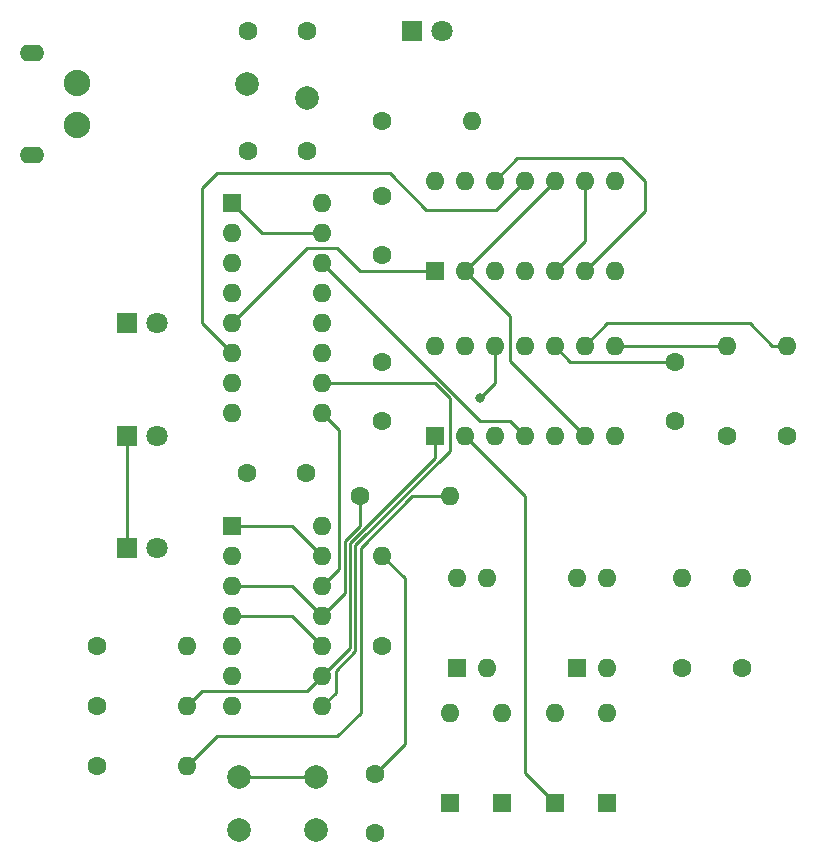
<source format=gbl>
G04 #@! TF.GenerationSoftware,KiCad,Pcbnew,7.0.8*
G04 #@! TF.CreationDate,2023-11-13T14:41:24+09:00*
G04 #@! TF.ProjectId,1bit-cpu,31626974-2d63-4707-952e-6b696361645f,rev?*
G04 #@! TF.SameCoordinates,Original*
G04 #@! TF.FileFunction,Copper,L2,Bot*
G04 #@! TF.FilePolarity,Positive*
%FSLAX46Y46*%
G04 Gerber Fmt 4.6, Leading zero omitted, Abs format (unit mm)*
G04 Created by KiCad (PCBNEW 7.0.8) date 2023-11-13 14:41:24*
%MOMM*%
%LPD*%
G01*
G04 APERTURE LIST*
G04 #@! TA.AperFunction,ComponentPad*
%ADD10C,2.240000*%
G04 #@! TD*
G04 #@! TA.AperFunction,ComponentPad*
%ADD11O,2.100000X1.400000*%
G04 #@! TD*
G04 #@! TA.AperFunction,ComponentPad*
%ADD12R,1.600000X1.600000*%
G04 #@! TD*
G04 #@! TA.AperFunction,ComponentPad*
%ADD13O,1.600000X1.600000*%
G04 #@! TD*
G04 #@! TA.AperFunction,ComponentPad*
%ADD14R,1.800000X1.800000*%
G04 #@! TD*
G04 #@! TA.AperFunction,ComponentPad*
%ADD15C,1.800000*%
G04 #@! TD*
G04 #@! TA.AperFunction,ComponentPad*
%ADD16C,1.600000*%
G04 #@! TD*
G04 #@! TA.AperFunction,ComponentPad*
%ADD17C,2.000000*%
G04 #@! TD*
G04 #@! TA.AperFunction,ComponentPad*
%ADD18C,2.010000*%
G04 #@! TD*
G04 #@! TA.AperFunction,ViaPad*
%ADD19C,0.800000*%
G04 #@! TD*
G04 #@! TA.AperFunction,Conductor*
%ADD20C,0.250000*%
G04 #@! TD*
G04 APERTURE END LIST*
D10*
G04 #@! TO.P,J1,A9,VBUS*
G04 #@! TO.N,Net-(F1-Pad1)*
X20500000Y-59055000D03*
G04 #@! TO.P,J1,A12,GND*
G04 #@! TO.N,GND*
X20500000Y-62611000D03*
D11*
G04 #@! TO.P,J1,S1,SHIELD*
G04 #@! TO.N,unconnected-(J1-SHIELD-PadS1)*
X16690000Y-56515000D03*
X16690000Y-65151000D03*
G04 #@! TD*
D12*
G04 #@! TO.P,U1,1*
G04 #@! TO.N,Net-(D1-K)*
X50800000Y-88900000D03*
D13*
G04 #@! TO.P,U1,2*
G04 #@! TO.N,Net-(D3-K)*
X53340000Y-88900000D03*
G04 #@! TO.P,U1,3*
G04 #@! TO.N,Net-(R9-Pad2)*
X55880000Y-88900000D03*
G04 #@! TO.P,U1,4*
G04 #@! TO.N,Net-(U4-A)*
X58420000Y-88900000D03*
G04 #@! TO.P,U1,5*
G04 #@! TO.N,Net-(R10-Pad2)*
X60960000Y-88900000D03*
G04 #@! TO.P,U1,6*
G04 #@! TO.N,Net-(U4-2C1)*
X63500000Y-88900000D03*
G04 #@! TO.P,U1,7,GND*
G04 #@! TO.N,GND*
X66040000Y-88900000D03*
G04 #@! TO.P,U1,8*
G04 #@! TO.N,Net-(R4-Pad2)*
X66040000Y-81280000D03*
G04 #@! TO.P,U1,9*
G04 #@! TO.N,Net-(R3-Pad2)*
X63500000Y-81280000D03*
G04 #@! TO.P,U1,10*
G04 #@! TO.N,Net-(C2-Pad2)*
X60960000Y-81280000D03*
G04 #@! TO.P,U1,11*
G04 #@! TO.N,Net-(R4-Pad2)*
X58420000Y-81280000D03*
G04 #@! TO.P,U1,12*
G04 #@! TO.N,Net-(R5-Pad2)*
X55880000Y-81280000D03*
G04 #@! TO.P,U1,13*
G04 #@! TO.N,Net-(C2-Pad2)*
X53340000Y-81280000D03*
G04 #@! TO.P,U1,14,VCC*
G04 #@! TO.N,+5V*
X50800000Y-81280000D03*
G04 #@! TD*
D14*
G04 #@! TO.P,LED3,1,K*
G04 #@! TO.N,GND*
X24760000Y-98425000D03*
D15*
G04 #@! TO.P,LED3,2,A*
G04 #@! TO.N,Net-(LED3-A)*
X27300000Y-98425000D03*
G04 #@! TD*
D16*
G04 #@! TO.P,R4,1*
G04 #@! TO.N,Net-(C2-Pad1)*
X75570000Y-88910000D03*
D13*
G04 #@! TO.P,R4,2*
G04 #@! TO.N,Net-(R4-Pad2)*
X75570000Y-81290000D03*
G04 #@! TD*
D16*
G04 #@! TO.P,C7,1*
G04 #@! TO.N,GND*
X35005000Y-64770000D03*
G04 #@! TO.P,C7,2*
G04 #@! TO.N,+5V*
X40005000Y-64770000D03*
G04 #@! TD*
D12*
G04 #@! TO.P,D3,1,K*
G04 #@! TO.N,Net-(D3-K)*
X60960000Y-120015000D03*
D13*
G04 #@! TO.P,D3,2,A*
G04 #@! TO.N,Net-(D3-A)*
X60960000Y-112395000D03*
G04 #@! TD*
D14*
G04 #@! TO.P,LED4,1,K*
G04 #@! TO.N,Net-(LED4-K)*
X48890000Y-54610000D03*
D15*
G04 #@! TO.P,LED4,2,A*
G04 #@! TO.N,+5V*
X51430000Y-54610000D03*
G04 #@! TD*
D16*
G04 #@! TO.P,C5,1*
G04 #@! TO.N,GND*
X34925000Y-92075000D03*
G04 #@! TO.P,C5,2*
G04 #@! TO.N,+5V*
X39925000Y-92075000D03*
G04 #@! TD*
G04 #@! TO.P,R3,1*
G04 #@! TO.N,Net-(C2-Pad1)*
X80650000Y-88910000D03*
D13*
G04 #@! TO.P,R3,2*
G04 #@! TO.N,Net-(R3-Pad2)*
X80650000Y-81290000D03*
G04 #@! TD*
D12*
G04 #@! TO.P,D4,1,K*
G04 #@! TO.N,Net-(D3-K)*
X65405000Y-120015000D03*
D13*
G04 #@! TO.P,D4,2,A*
G04 #@! TO.N,Net-(D4-A)*
X65405000Y-112395000D03*
G04 #@! TD*
D14*
G04 #@! TO.P,LED1,1,K*
G04 #@! TO.N,GND*
X24765000Y-79375000D03*
D15*
G04 #@! TO.P,LED1,2,A*
G04 #@! TO.N,Net-(LED1-A)*
X27305000Y-79375000D03*
G04 #@! TD*
D16*
G04 #@! TO.P,R9,1*
G04 #@! TO.N,+5V*
X71755000Y-108585000D03*
D13*
G04 #@! TO.P,R9,2*
G04 #@! TO.N,Net-(R9-Pad2)*
X71755000Y-100965000D03*
G04 #@! TD*
D16*
G04 #@! TO.P,R8,1*
G04 #@! TO.N,Net-(LED3-A)*
X22225000Y-116840000D03*
D13*
G04 #@! TO.P,R8,2*
G04 #@! TO.N,Net-(R5-Pad2)*
X29845000Y-116840000D03*
G04 #@! TD*
D12*
G04 #@! TO.P,SW1,1*
G04 #@! TO.N,Net-(D1-A)*
X52700000Y-108542500D03*
D13*
G04 #@! TO.P,SW1,2*
G04 #@! TO.N,Net-(D2-A)*
X55240000Y-108542500D03*
G04 #@! TO.P,SW1,3*
G04 #@! TO.N,Net-(R10-Pad2)*
X55240000Y-100922500D03*
G04 #@! TO.P,SW1,4*
G04 #@! TO.N,Net-(R9-Pad2)*
X52700000Y-100922500D03*
G04 #@! TD*
D12*
G04 #@! TO.P,U4,1,1G*
G04 #@! TO.N,GND*
X33665000Y-69205000D03*
D13*
G04 #@! TO.P,U4,2,B*
X33665000Y-71745000D03*
G04 #@! TO.P,U4,3,1C3*
X33665000Y-74285000D03*
G04 #@! TO.P,U4,4,1C2*
X33665000Y-76825000D03*
G04 #@! TO.P,U4,5,1C1*
G04 #@! TO.N,Net-(U2A-Q)*
X33665000Y-79365000D03*
G04 #@! TO.P,U4,6,1C0*
G04 #@! TO.N,Net-(U4-1C0)*
X33665000Y-81905000D03*
G04 #@! TO.P,U4,7,Y1*
G04 #@! TO.N,Net-(U2A-D)*
X33665000Y-84445000D03*
G04 #@! TO.P,U4,8,GND*
G04 #@! TO.N,GND*
X33665000Y-86985000D03*
G04 #@! TO.P,U4,9,Y2*
G04 #@! TO.N,Net-(U2B-D)*
X41285000Y-86985000D03*
G04 #@! TO.P,U4,10,2C0*
G04 #@! TO.N,Net-(U2B-~{Q})*
X41285000Y-84445000D03*
G04 #@! TO.P,U4,11,2C1*
G04 #@! TO.N,Net-(U4-2C1)*
X41285000Y-81905000D03*
G04 #@! TO.P,U4,12,2C2*
G04 #@! TO.N,GND*
X41285000Y-79365000D03*
G04 #@! TO.P,U4,13,2C3*
X41285000Y-76825000D03*
G04 #@! TO.P,U4,14,A*
G04 #@! TO.N,Net-(U4-A)*
X41285000Y-74285000D03*
G04 #@! TO.P,U4,15,2G*
G04 #@! TO.N,GND*
X41285000Y-71745000D03*
G04 #@! TO.P,U4,16,VCC*
G04 #@! TO.N,+5V*
X41285000Y-69205000D03*
G04 #@! TD*
D12*
G04 #@! TO.P,U2,1,~{R}*
G04 #@! TO.N,Net-(U2A-~{R})*
X33655000Y-96520000D03*
D13*
G04 #@! TO.P,U2,2,D*
G04 #@! TO.N,Net-(U2A-D)*
X33655000Y-99060000D03*
G04 #@! TO.P,U2,3,C*
G04 #@! TO.N,Net-(U2A-C)*
X33655000Y-101600000D03*
G04 #@! TO.P,U2,4,~{S}*
G04 #@! TO.N,+5V*
X33655000Y-104140000D03*
G04 #@! TO.P,U2,5,Q*
G04 #@! TO.N,Net-(U2A-Q)*
X33655000Y-106680000D03*
G04 #@! TO.P,U2,6,~{Q}*
G04 #@! TO.N,unconnected-(U2A-~{Q}-Pad6)*
X33655000Y-109220000D03*
G04 #@! TO.P,U2,7,GND*
G04 #@! TO.N,GND*
X33655000Y-111760000D03*
G04 #@! TO.P,U2,8,~{Q}*
G04 #@! TO.N,Net-(U2B-~{Q})*
X41275000Y-111760000D03*
G04 #@! TO.P,U2,9,Q*
G04 #@! TO.N,Net-(D1-K)*
X41275000Y-109220000D03*
G04 #@! TO.P,U2,10,~{S}*
G04 #@! TO.N,+5V*
X41275000Y-106680000D03*
G04 #@! TO.P,U2,11,C*
G04 #@! TO.N,Net-(U2A-C)*
X41275000Y-104140000D03*
G04 #@! TO.P,U2,12,D*
G04 #@! TO.N,Net-(U2B-D)*
X41275000Y-101600000D03*
G04 #@! TO.P,U2,13,~{R}*
G04 #@! TO.N,Net-(U2A-~{R})*
X41275000Y-99060000D03*
G04 #@! TO.P,U2,14,VCC*
G04 #@! TO.N,+5V*
X41275000Y-96520000D03*
G04 #@! TD*
D12*
G04 #@! TO.P,SW2,1*
G04 #@! TO.N,Net-(D3-A)*
X62860000Y-108542500D03*
D13*
G04 #@! TO.P,SW2,2*
G04 #@! TO.N,Net-(D4-A)*
X65400000Y-108542500D03*
G04 #@! TO.P,SW2,3*
G04 #@! TO.N,Net-(R10-Pad2)*
X65400000Y-100922500D03*
G04 #@! TO.P,SW2,4*
G04 #@! TO.N,Net-(R9-Pad2)*
X62860000Y-100922500D03*
G04 #@! TD*
D12*
G04 #@! TO.P,D2,1,K*
G04 #@! TO.N,Net-(D1-K)*
X56515000Y-120015000D03*
D13*
G04 #@! TO.P,D2,2,A*
G04 #@! TO.N,Net-(D2-A)*
X56515000Y-112395000D03*
G04 #@! TD*
D16*
G04 #@! TO.P,R1,1*
G04 #@! TO.N,+5V*
X46355000Y-106680000D03*
D13*
G04 #@! TO.P,R1,2*
G04 #@! TO.N,Net-(U2A-~{R})*
X46355000Y-99060000D03*
G04 #@! TD*
D14*
G04 #@! TO.P,LED2,1,K*
G04 #@! TO.N,GND*
X24760000Y-88900000D03*
D15*
G04 #@! TO.P,LED2,2,A*
G04 #@! TO.N,Net-(LED2-A)*
X27300000Y-88900000D03*
G04 #@! TD*
D16*
G04 #@! TO.P,C4,1*
G04 #@! TO.N,GND*
X46355000Y-87630000D03*
G04 #@! TO.P,C4,2*
G04 #@! TO.N,+5V*
X46355000Y-82630000D03*
G04 #@! TD*
G04 #@! TO.P,R5,1*
G04 #@! TO.N,Net-(U2A-C)*
X44450000Y-93980000D03*
D13*
G04 #@! TO.P,R5,2*
G04 #@! TO.N,Net-(R5-Pad2)*
X52070000Y-93980000D03*
G04 #@! TD*
D16*
G04 #@! TO.P,R7,1*
G04 #@! TO.N,Net-(LED2-A)*
X22225000Y-111760000D03*
D13*
G04 #@! TO.P,R7,2*
G04 #@! TO.N,Net-(D1-K)*
X29845000Y-111760000D03*
G04 #@! TD*
D17*
G04 #@! TO.P,SW3,1,1*
G04 #@! TO.N,Net-(U2A-~{R})*
X34215000Y-117765000D03*
X40715000Y-117765000D03*
G04 #@! TO.P,SW3,2,2*
G04 #@! TO.N,GND*
X34215000Y-122265000D03*
X40715000Y-122265000D03*
G04 #@! TD*
D12*
G04 #@! TO.P,U3,1*
G04 #@! TO.N,Net-(U2A-Q)*
X50800000Y-74930000D03*
D13*
G04 #@! TO.P,U3,2*
G04 #@! TO.N,Net-(U4-2C1)*
X53340000Y-74930000D03*
G04 #@! TO.P,U3,3*
G04 #@! TO.N,Net-(U3-Pad3)*
X55880000Y-74930000D03*
G04 #@! TO.P,U3,4*
G04 #@! TO.N,Net-(U2A-Q)*
X58420000Y-74930000D03*
G04 #@! TO.P,U3,5*
G04 #@! TO.N,Net-(U3-Pad3)*
X60960000Y-74930000D03*
G04 #@! TO.P,U3,6*
G04 #@! TO.N,Net-(U3-Pad12)*
X63500000Y-74930000D03*
G04 #@! TO.P,U3,7,GND*
G04 #@! TO.N,GND*
X66040000Y-74930000D03*
G04 #@! TO.P,U3,8*
G04 #@! TO.N,Net-(U3-Pad13)*
X66040000Y-67310000D03*
G04 #@! TO.P,U3,9*
G04 #@! TO.N,Net-(U3-Pad3)*
X63500000Y-67310000D03*
G04 #@! TO.P,U3,10*
G04 #@! TO.N,Net-(U4-2C1)*
X60960000Y-67310000D03*
G04 #@! TO.P,U3,11*
G04 #@! TO.N,Net-(U4-1C0)*
X58420000Y-67310000D03*
G04 #@! TO.P,U3,12*
G04 #@! TO.N,Net-(U3-Pad12)*
X55880000Y-67310000D03*
G04 #@! TO.P,U3,13*
G04 #@! TO.N,Net-(U3-Pad13)*
X53340000Y-67310000D03*
G04 #@! TO.P,U3,14,VCC*
G04 #@! TO.N,+5V*
X50800000Y-67310000D03*
G04 #@! TD*
D16*
G04 #@! TO.P,C2,1*
G04 #@! TO.N,Net-(C2-Pad1)*
X71125000Y-87600000D03*
G04 #@! TO.P,C2,2*
G04 #@! TO.N,Net-(C2-Pad2)*
X71125000Y-82600000D03*
G04 #@! TD*
G04 #@! TO.P,C1,1*
G04 #@! TO.N,GND*
X45720000Y-122515000D03*
G04 #@! TO.P,C1,2*
G04 #@! TO.N,Net-(U2A-~{R})*
X45720000Y-117515000D03*
G04 #@! TD*
D18*
G04 #@! TO.P,F1,1*
G04 #@! TO.N,Net-(F1-Pad1)*
X34915000Y-59090000D03*
G04 #@! TO.P,F1,2*
G04 #@! TO.N,+5V*
X40015000Y-60290000D03*
G04 #@! TD*
D16*
G04 #@! TO.P,C3,1*
G04 #@! TO.N,GND*
X34965000Y-54610000D03*
G04 #@! TO.P,C3,2*
G04 #@! TO.N,+5V*
X39965000Y-54610000D03*
G04 #@! TD*
G04 #@! TO.P,C6,1*
G04 #@! TO.N,GND*
X46355000Y-73620000D03*
G04 #@! TO.P,C6,2*
G04 #@! TO.N,+5V*
X46355000Y-68620000D03*
G04 #@! TD*
D12*
G04 #@! TO.P,D1,1,K*
G04 #@! TO.N,Net-(D1-K)*
X52070000Y-120015000D03*
D13*
G04 #@! TO.P,D1,2,A*
G04 #@! TO.N,Net-(D1-A)*
X52070000Y-112395000D03*
G04 #@! TD*
D16*
G04 #@! TO.P,R10,1*
G04 #@! TO.N,+5V*
X76835000Y-108585000D03*
D13*
G04 #@! TO.P,R10,2*
G04 #@! TO.N,Net-(R10-Pad2)*
X76835000Y-100965000D03*
G04 #@! TD*
D16*
G04 #@! TO.P,R2,1*
G04 #@! TO.N,Net-(LED4-K)*
X46350000Y-62230000D03*
D13*
G04 #@! TO.P,R2,2*
G04 #@! TO.N,GND*
X53970000Y-62230000D03*
G04 #@! TD*
D16*
G04 #@! TO.P,R6,1*
G04 #@! TO.N,Net-(LED1-A)*
X22225000Y-106680000D03*
D13*
G04 #@! TO.P,R6,2*
G04 #@! TO.N,Net-(U2A-Q)*
X29845000Y-106680000D03*
G04 #@! TD*
D19*
G04 #@! TO.N,Net-(R5-Pad2)*
X54610000Y-85725000D03*
G04 #@! TD*
D20*
G04 #@! TO.N,Net-(U2A-~{R})*
X48260000Y-100965000D02*
X46355000Y-99060000D01*
X34215000Y-117765000D02*
X40715000Y-117765000D01*
X33655000Y-96520000D02*
X38735000Y-96520000D01*
X45720000Y-117515000D02*
X48260000Y-114975000D01*
X48260000Y-114975000D02*
X48260000Y-100965000D01*
X38735000Y-96520000D02*
X41275000Y-99060000D01*
G04 #@! TO.N,GND*
X36205000Y-71745000D02*
X33665000Y-69205000D01*
X41285000Y-71745000D02*
X36205000Y-71745000D01*
X24760000Y-88900000D02*
X24760000Y-98425000D01*
G04 #@! TO.N,Net-(C2-Pad2)*
X62280000Y-82600000D02*
X60960000Y-81280000D01*
X71125000Y-82600000D02*
X62280000Y-82600000D01*
G04 #@! TO.N,+5V*
X33655000Y-104140000D02*
X38735000Y-104140000D01*
X38735000Y-104140000D02*
X41275000Y-106680000D01*
G04 #@! TO.N,Net-(D1-K)*
X29845000Y-111760000D02*
X31115000Y-110490000D01*
X50800000Y-90806396D02*
X50800000Y-88900000D01*
X41275000Y-109220000D02*
X43630000Y-106865000D01*
X40005000Y-110490000D02*
X41275000Y-109220000D01*
X31115000Y-110490000D02*
X40005000Y-110490000D01*
X43630000Y-106865000D02*
X43630000Y-97976396D01*
X43630000Y-97976396D02*
X50800000Y-90806396D01*
G04 #@! TO.N,Net-(D3-K)*
X58420000Y-93980000D02*
X53340000Y-88900000D01*
X60960000Y-120015000D02*
X58420000Y-117475000D01*
X58420000Y-117475000D02*
X58420000Y-93980000D01*
G04 #@! TO.N,Net-(R3-Pad2)*
X80650000Y-81290000D02*
X79385000Y-81290000D01*
X65405000Y-79375000D02*
X63500000Y-81280000D01*
X79385000Y-81290000D02*
X77470000Y-79375000D01*
X77470000Y-79375000D02*
X65405000Y-79375000D01*
G04 #@! TO.N,Net-(R4-Pad2)*
X66050000Y-81290000D02*
X66040000Y-81280000D01*
X75570000Y-81290000D02*
X66050000Y-81290000D01*
G04 #@! TO.N,Net-(U2A-C)*
X33655000Y-101600000D02*
X38735000Y-101600000D01*
X44450000Y-96520000D02*
X43180000Y-97790000D01*
X44450000Y-93980000D02*
X44450000Y-96520000D01*
X43180000Y-97790000D02*
X43180000Y-102235000D01*
X43180000Y-102235000D02*
X41275000Y-104140000D01*
X38735000Y-101600000D02*
X41275000Y-104140000D01*
G04 #@! TO.N,Net-(R5-Pad2)*
X44530000Y-98349188D02*
X48899188Y-93980000D01*
X44530000Y-112315000D02*
X44530000Y-98349188D01*
X29845000Y-116840000D02*
X32385000Y-114300000D01*
X55880000Y-84455000D02*
X54610000Y-85725000D01*
X48899188Y-93980000D02*
X52070000Y-93980000D01*
X32385000Y-114300000D02*
X42545000Y-114300000D01*
X42545000Y-114300000D02*
X44530000Y-112315000D01*
X55880000Y-81280000D02*
X55880000Y-84455000D01*
G04 #@! TO.N,Net-(U2A-Q)*
X42545000Y-73025000D02*
X40005000Y-73025000D01*
X44450000Y-74930000D02*
X42545000Y-73025000D01*
X50800000Y-74930000D02*
X44450000Y-74930000D01*
X40005000Y-73025000D02*
X33665000Y-79365000D01*
G04 #@! TO.N,Net-(U4-A)*
X54610000Y-87610000D02*
X41285000Y-74285000D01*
X54610000Y-87630000D02*
X54610000Y-87610000D01*
X57150000Y-87630000D02*
X54610000Y-87630000D01*
X58420000Y-88900000D02*
X57150000Y-87630000D01*
G04 #@! TO.N,Net-(U4-2C1)*
X60960000Y-67310000D02*
X53340000Y-74930000D01*
X57150000Y-78740000D02*
X57150000Y-82550000D01*
X53340000Y-74930000D02*
X57150000Y-78740000D01*
X57150000Y-82550000D02*
X63500000Y-88900000D01*
G04 #@! TO.N,Net-(U2B-~{Q})*
X42400000Y-108761122D02*
X44080000Y-107081122D01*
X52070000Y-85725000D02*
X50790000Y-84445000D01*
X44080000Y-107081122D02*
X44080000Y-98162792D01*
X50790000Y-84445000D02*
X41285000Y-84445000D01*
X41275000Y-111760000D02*
X42400000Y-110635000D01*
X44080000Y-98162792D02*
X52070000Y-90172792D01*
X42400000Y-110635000D02*
X42400000Y-108761122D01*
X52070000Y-90172792D02*
X52070000Y-85725000D01*
G04 #@! TO.N,Net-(U2B-D)*
X42730000Y-88430000D02*
X41285000Y-86985000D01*
X41275000Y-101600000D02*
X42730000Y-100145000D01*
X42730000Y-100145000D02*
X42730000Y-88430000D01*
G04 #@! TO.N,Net-(U3-Pad3)*
X63500000Y-72390000D02*
X60960000Y-74930000D01*
X63500000Y-67310000D02*
X63500000Y-72390000D01*
G04 #@! TO.N,Net-(U3-Pad12)*
X57785000Y-65405000D02*
X66675000Y-65405000D01*
X55880000Y-67310000D02*
X57785000Y-65405000D01*
X68580000Y-67310000D02*
X68580000Y-69850000D01*
X68580000Y-69850000D02*
X63500000Y-74930000D01*
X66675000Y-65405000D02*
X68580000Y-67310000D01*
G04 #@! TO.N,Net-(U4-1C0)*
X58420000Y-67310000D02*
X55985000Y-69745000D01*
X32385000Y-66675000D02*
X31115000Y-67945000D01*
X46990000Y-66675000D02*
X32385000Y-66675000D01*
X31115000Y-67945000D02*
X31115000Y-79355000D01*
X55985000Y-69745000D02*
X50060000Y-69745000D01*
X50060000Y-69745000D02*
X46990000Y-66675000D01*
X31115000Y-79355000D02*
X33665000Y-81905000D01*
G04 #@! TD*
M02*

</source>
